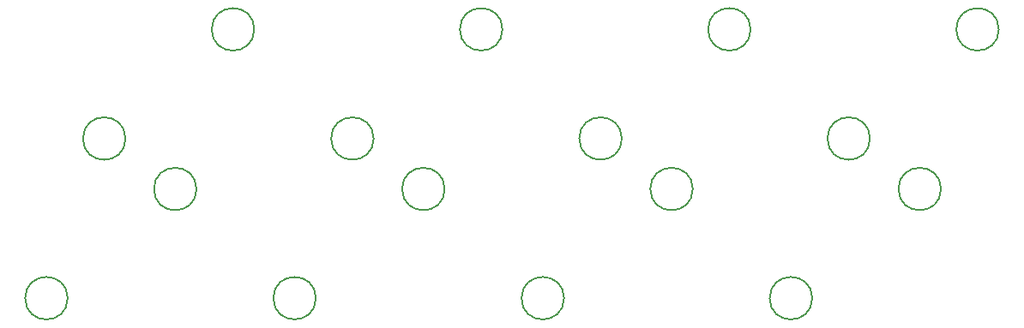
<source format=gbr>
%TF.GenerationSoftware,KiCad,Pcbnew,7.0.10*%
%TF.CreationDate,2024-11-13T11:37:08-08:00*%
%TF.ProjectId,ballBearingBoardPanelization241112,62616c6c-4265-4617-9269-6e67426f6172,rev?*%
%TF.SameCoordinates,Original*%
%TF.FileFunction,Other,Comment*%
%FSLAX46Y46*%
G04 Gerber Fmt 4.6, Leading zero omitted, Abs format (unit mm)*
G04 Created by KiCad (PCBNEW 7.0.10) date 2024-11-13 11:37:08*
%MOMM*%
%LPD*%
G01*
G04 APERTURE LIST*
%ADD10C,0.150000*%
G04 APERTURE END LIST*
D10*
%TO.C,REF\u002A\u002A*%
X6096360Y8204441D02*
G75*
G03*
X1896360Y8204441I-2100000J0D01*
G01*
X1896360Y8204441D02*
G75*
G03*
X6096360Y8204441I2100000J0D01*
G01*
%TO.C,REF\u002A\u002A4*%
X36301460Y23989362D02*
G75*
G03*
X32101460Y23989362I-2100000J0D01*
G01*
X32101460Y23989362D02*
G75*
G03*
X36301460Y23989362I2100000J0D01*
G01*
%TO.C,REF\u002A\u002A6*%
X55096360Y8204441D02*
G75*
G03*
X50896360Y8204441I-2100000J0D01*
G01*
X50896360Y8204441D02*
G75*
G03*
X55096360Y8204441I2100000J0D01*
G01*
%TO.C,REF\u002A\u002A11*%
X72587499Y13196473D02*
G75*
G03*
X68387499Y13196473I-2100000J0D01*
G01*
X68387499Y13196473D02*
G75*
G03*
X72587499Y13196473I2100000J0D01*
G01*
%TO.C,REF\u002A\u002A10*%
X79596360Y8204441D02*
G75*
G03*
X75396360Y8204441I-2100000J0D01*
G01*
X75396360Y8204441D02*
G75*
G03*
X79596360Y8204441I2100000J0D01*
G01*
%TO.C,REF\u002A\u002A2*%
X30596360Y8204441D02*
G75*
G03*
X26396360Y8204441I-2100000J0D01*
G01*
X26396360Y8204441D02*
G75*
G03*
X30596360Y8204441I2100000J0D01*
G01*
%TO.C,REF\u002A\u002A5*%
X42382401Y-2588450D02*
G75*
G03*
X38182401Y-2588450I-2100000J0D01*
G01*
X38182401Y-2588450D02*
G75*
G03*
X42382401Y-2588450I2100000J0D01*
G01*
%TO.C,REF\u002A\u002A1*%
X17882401Y-2588450D02*
G75*
G03*
X13682401Y-2588450I-2100000J0D01*
G01*
X13682401Y-2588450D02*
G75*
G03*
X17882401Y-2588450I2100000J0D01*
G01*
%TO.C,REF\u002A\u002A*%
X11801460Y23989362D02*
G75*
G03*
X7601460Y23989362I-2100000J0D01*
G01*
X7601460Y23989362D02*
G75*
G03*
X11801460Y23989362I2100000J0D01*
G01*
%TO.C,REF\u002A\u002A8*%
X60801460Y23989362D02*
G75*
G03*
X56601460Y23989362I-2100000J0D01*
G01*
X56601460Y23989362D02*
G75*
G03*
X60801460Y23989362I2100000J0D01*
G01*
%TO.C,REF\u002A\u002A9*%
X66882401Y-2588450D02*
G75*
G03*
X62682401Y-2588450I-2100000J0D01*
G01*
X62682401Y-2588450D02*
G75*
G03*
X66882401Y-2588450I2100000J0D01*
G01*
%TO.C,REF\u002A\u002A7*%
X48087499Y13196473D02*
G75*
G03*
X43887499Y13196473I-2100000J0D01*
G01*
X43887499Y13196473D02*
G75*
G03*
X48087499Y13196473I2100000J0D01*
G01*
%TO.C,REF\u002A\u002A*%
X-6617599Y-2588450D02*
G75*
G03*
X-10817599Y-2588450I-2100000J0D01*
G01*
X-10817599Y-2588450D02*
G75*
G03*
X-6617599Y-2588450I2100000J0D01*
G01*
%TO.C,REF\u002A\u002A3*%
X23587499Y13196473D02*
G75*
G03*
X19387499Y13196473I-2100000J0D01*
G01*
X19387499Y13196473D02*
G75*
G03*
X23587499Y13196473I2100000J0D01*
G01*
%TO.C,REF\u002A\u002A*%
X-912501Y13196473D02*
G75*
G03*
X-5112501Y13196473I-2100000J0D01*
G01*
X-5112501Y13196473D02*
G75*
G03*
X-912501Y13196473I2100000J0D01*
G01*
%TO.C,REF\u002A\u002A12*%
X85301460Y23989362D02*
G75*
G03*
X81101460Y23989362I-2100000J0D01*
G01*
X81101460Y23989362D02*
G75*
G03*
X85301460Y23989362I2100000J0D01*
G01*
%TD*%
M02*

</source>
